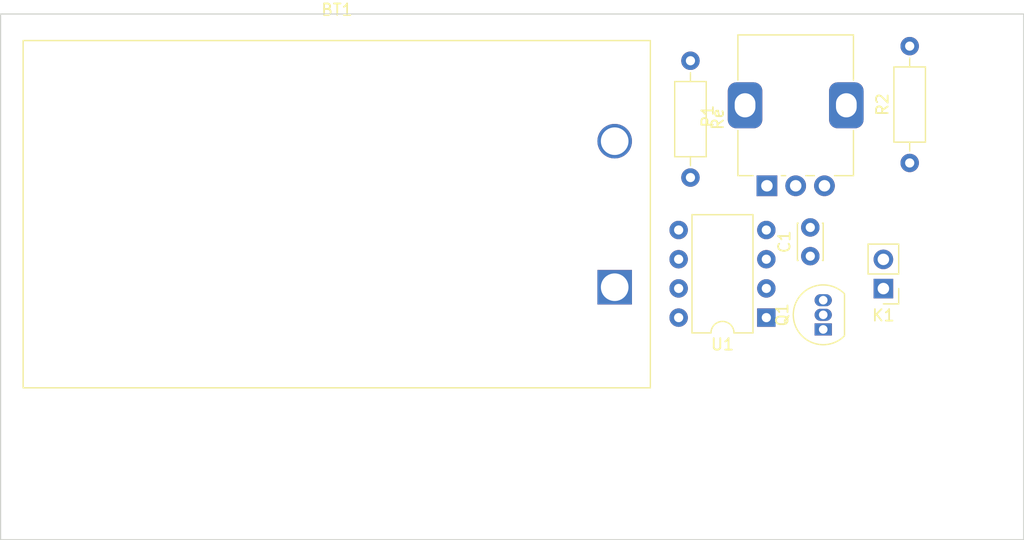
<source format=kicad_pcb>
(kicad_pcb (version 20211014) (generator pcbnew)
  (layers (0 "F.Cu" signal) (31 "B.Cu" signal) (34 "B.Paste" user) (35 "F.Paste" user) (36 "B.SilkS" user "B.Silkscreen") (37 "F.SilkS" user "F.Silkscreen") (38 "B.Mask" user) (39 "F.Mask" user) (44 "Edge.Cuts" user))
  (net 0 "")
  (net 1 "Net-(BT1-Pad1)")
  (net 2 "Net-(P1-Pad1)")
  (net 3 "Net-(P1-Pad3)")
  (net 4 "GND")
  (net 5 "Net-(C1-Pad1)")
  (net 6 "Net-(U1-Pad1)")
  (net 7 "Net-(K1-Pad1)")
  (footprint "Potentiometer_THT:Potentiometer_Alps_RK09K_Single_Vertical" (layer "F.Cu") (at 149.138 93.68 90)
    (fp_text reference "P1" (at 6.05 -5.15 90) (layer "F.SilkS"))
    (fp_text value "10k")
    (fp_line (start 0.88 1.25) (end 0.88 1.63) (layer "F.SilkS") (width 0.12))
    (fp_line (start 13.12 -2.521) (end 13.12 7.52) (layer "F.SilkS") (width 0.12))
    (fp_line (start 0.88 7.52) (end 4.817 7.52) (layer "F.SilkS") (width 0.12))
    (fp_line (start 9.184 -2.521) (end 13.12 -2.521) (layer "F.SilkS") (width 0.12))
    (fp_line (start 0.88 5.87) (end 0.88 7.52) (layer "F.SilkS") (width 0.12))
    (fp_line (start 0.88 3.371) (end 0.88 4.13) (layer "F.SilkS") (width 0.12))
    (fp_line (start 0.88 -2.521) (end 0.88 -1.2) (layer "F.SilkS") (width 0.12))
    (fp_line (start 9.184 7.52) (end 13.12 7.52) (layer "F.SilkS") (width 0.12))
    (fp_line (start 0.88 -2.521) (end 4.817 -2.521) (layer "F.SilkS") (width 0.12))
    (pad "1" thru_hole rect (at 0 0 90) (size 1.8 1.8) (drill 1) (layers *.Cu *.Mask) (net 2 "Net-(P1-Pad1)"))
    (pad "2" thru_hole circle (at 0 2.5 90) (size 1.8 1.8) (drill 1) (layers *.Cu *.Mask) (net 5 "Net-(C1-Pad1)"))
    (pad "3" thru_hole circle (at 0 5 90) (size 1.8 1.8) (drill 1) (layers *.Cu *.Mask) (net 3 "Net-(P1-Pad3)"))
    (pad "MP" thru_hole roundrect (at 7 -1.9 90) (size 4 3) (drill oval 2.1 1.8) (layers *.Cu *.Mask))
    (pad "MP" thru_hole roundrect (at 7 6.9 90) (size 4 3) (drill oval 2.1 1.8) (layers *.Cu *.Mask))
  )
  (footprint "Package_DIP:DIP-8_W7.62mm" (layer "F.Cu") (at 149.088 105.146 180)
    (fp_text reference "U1" (at 3.81 -2.33) (layer "F.SilkS"))
    (fp_text value "LM358")
    (fp_line (start 2.81 -1.33) (end 1.16 -1.33) (layer "F.SilkS") (width 0.12))
    (fp_line (start 6.46 -1.33) (end 4.81 -1.33) (layer "F.SilkS") (width 0.12))
    (fp_line (start 1.16 -1.33) (end 1.16 8.95) (layer "F.SilkS") (width 0.12))
    (fp_line (start 1.16 8.95) (end 6.46 8.95) (layer "F.SilkS") (width 0.12))
    (fp_line (start 6.46 8.95) (end 6.46 -1.33) (layer "F.SilkS") (width 0.12))
    (fp_arc (start 4.81 -1.33) (mid 3.81 -0.33) (end 2.81 -1.33) (layer "F.SilkS") (width 0.12))
    (pad "1" thru_hole rect (at 0 0 180) (size 1.6 1.6) (drill 0.8) (layers *.Cu *.Mask) (net 6 "Net-(U1-Pad1)"))
    (pad "2" thru_hole oval (at 0 2.54 180) (size 1.6 1.6) (drill 0.8) (layers *.Cu *.Mask) (net 7 "Net-(K1-Pad1)"))
    (pad "3" thru_hole oval (at 0 5.08 180) (size 1.6 1.6) (drill 0.8) (layers *.Cu *.Mask) (net 5 "Net-(C1-Pad1)"))
    (pad "4" thru_hole oval (at 0 7.62 180) (size 1.6 1.6) (drill 0.8) (layers *.Cu *.Mask) (net 4 "GND"))
    (pad "5" thru_hole oval (at 7.62 7.62 180) (size 1.6 1.6) (drill 0.8) (layers *.Cu *.Mask))
    (pad "6" thru_hole oval (at 7.62 5.08 180) (size 1.6 1.6) (drill 0.8) (layers *.Cu *.Mask))
    (pad "7" thru_hole oval (at 7.62 2.54 180) (size 1.6 1.6) (drill 0.8) (layers *.Cu *.Mask))
    (pad "8" thru_hole oval (at 7.62 0 180) (size 1.6 1.6) (drill 0.8) (layers *.Cu *.Mask) (net 1 "Net-(BT1-Pad1)"))
  )
  (footprint "Battery:BatteryHolder_Eagle_12BH611-GR" (layer "F.Cu") (at 135.91 102.5)
    (fp_text reference "BT1" (at -24.13 -24.13) (layer "F.SilkS"))
    (fp_text value "9V")
    (fp_line (start -51.4 8.75) (end -51.4 -21.45) (layer "F.SilkS") (width 0.12))
    (fp_line (start 3.1 -21.45) (end 3.1 8.75) (layer "F.SilkS") (width 0.12))
    (fp_line (start -51.4 -21.45) (end 3.1 -21.45) (layer "F.SilkS") (width 0.12))
    (fp_line (start 3.1 8.75) (end -51.4 8.75) (layer "F.SilkS") (width 0.12))
    (pad "" np_thru_hole circle (at -10.9 -17.45) (size 2.6 2.6) (drill 2.6) (layers *.Cu *.Mask))
    (pad "" np_thru_hole circle (at -38.9 -17.45) (size 2.6 2.6) (drill 2.6) (layers *.Cu *.Mask))
    (pad "" np_thru_hole circle (at -24.15 4.75) (size 2.6 2.6) (drill 2.6) (layers *.Cu *.Mask))
    (pad "1" thru_hole rect (at 0 0) (size 3 3) (drill 2.4) (layers *.Cu *.Mask) (net 1 "Net-(BT1-Pad1)"))
    (pad "2" thru_hole circle (at 0 -12.7) (size 3 3) (drill 2.4) (layers *.Cu *.Mask) (net 4 "GND"))
  )
  (footprint "Resistor_THT:R_Axial_DIN0207_L6.3mm_D2.5mm_P10.16mm_Horizontal" (layer "F.Cu") (at 161.544 91.694 90)
    (fp_text reference "R2" (at 5.08 -2.37 90) (layer "F.SilkS"))
    (fp_text value "100R")
    (fp_line (start 8.35 1.37) (end 8.35 -1.37) (layer "F.SilkS") (width 0.12))
    (fp_line (start 9.12 0) (end 8.35 0) (layer "F.SilkS") (width 0.12))
    (fp_line (start 8.35 -1.37) (end 1.81 -1.37) (layer "F.SilkS") (width 0.12))
    (fp_line (start 1.81 1.37) (end 8.35 1.37) (layer "F.SilkS") (width 0.12))
    (fp_line (start 1.81 -1.37) (end 1.81 1.37) (layer "F.SilkS") (width 0.12))
    (fp_line (start 1.04 0) (end 1.81 0) (layer "F.SilkS") (width 0.12))
    (pad "1" thru_hole circle (at 0 0 90) (size 1.6 1.6) (drill 0.8) (layers *.Cu *.Mask) (net 3 "Net-(P1-Pad3)"))
    (pad "2" thru_hole oval (at 10.16 0 90) (size 1.6 1.6) (drill 0.8) (layers *.Cu *.Mask) (net 4 "GND"))
  )
  (footprint "Package_TO_SOT_THT:TO-92_Inline" (layer "F.Cu") (at 154.03 106.172 90)
    (fp_text reference "Q1" (at 1.27 -3.56 90) (layer "F.SilkS"))
    (fp_text value "BC547")
    (fp_line (start -0.53 1.85) (end 3.07 1.85) (layer "F.SilkS") (width 0.12))
    (fp_arc (start 1.27 -2.6) (mid 3.672087 -0.994977) (end 3.108478 1.838478) (layer "F.SilkS") (width 0.12))
    (fp_arc (start -0.568478 1.838478) (mid -1.132087 -0.994977) (end 1.27 -2.6) (layer "F.SilkS") (width 0.12))
    (pad "1" thru_hole rect (at 0 0 90) (size 1.05 1.5) (drill 0.75) (layers *.Cu *.Mask) (net 1 "Net-(BT1-Pad1)"))
    (pad "2" thru_hole oval (at 1.27 0 90) (size 1.05 1.5) (drill 0.75) (layers *.Cu *.Mask) (net 6 "Net-(U1-Pad1)"))
    (pad "3" thru_hole oval (at 2.54 0 90) (size 1.05 1.5) (drill 0.75) (layers *.Cu *.Mask) (net 7 "Net-(K1-Pad1)"))
  )
  (footprint "Resistor_THT:R_Axial_DIN0207_L6.3mm_D2.5mm_P10.16mm_Horizontal" (layer "F.Cu") (at 142.494 82.804 -90)
    (fp_text reference "Re" (at 5.08 -2.37 90) (layer "F.SilkS"))
    (fp_text value "100R")
    (fp_line (start 8.35 -1.37) (end 1.81 -1.37) (layer "F.SilkS") (width 0.12))
    (fp_line (start 8.35 1.37) (end 8.35 -1.37) (layer "F.SilkS") (width 0.12))
    (fp_line (start 1.04 0) (end 1.81 0) (layer "F.SilkS") (width 0.12))
    (fp_line (start 9.12 0) (end 8.35 0) (layer "F.SilkS") (width 0.12))
    (fp_line (start 1.81 -1.37) (end 1.81 1.37) (layer "F.SilkS") (width 0.12))
    (fp_line (start 1.81 1.37) (end 8.35 1.37) (layer "F.SilkS") (width 0.12))
    (pad "1" thru_hole circle (at 0 0 270) (size 1.6 1.6) (drill 0.8) (layers *.Cu *.Mask) (net 1 "Net-(BT1-Pad1)"))
    (pad "2" thru_hole oval (at 10.16 0 270) (size 1.6 1.6) (drill 0.8) (layers *.Cu *.Mask) (net 2 "Net-(P1-Pad1)"))
  )
  (footprint "Connector_PinHeader_2.54mm:PinHeader_1x02_P2.54mm_Vertical" (layer "F.Cu") (at 159.258 102.621 180)
    (fp_text reference "K1" (at 0 -2.33) (layer "F.SilkS"))
    (fp_text value "my_connector")
    (fp_line (start -1.33 0) (end -1.33 -1.33) (layer "F.SilkS") (width 0.12))
    (fp_line (start -1.33 3.87) (end 1.33 3.87) (layer "F.SilkS") (width 0.12))
    (fp_line (start -1.33 1.27) (end 1.33 1.27) (layer "F.SilkS") (width 0.12))
    (fp_line (start 1.33 1.27) (end 1.33 3.87) (layer "F.SilkS") (width 0.12))
    (fp_line (start -1.33 1.27) (end -1.33 3.87) (layer "F.SilkS") (width 0.12))
    (fp_line (start -1.33 -1.33) (end 0 -1.33) (layer "F.SilkS") (width 0.12))
    (pad "1" thru_hole rect (at 0 0 180) (size 1.7 1.7) (drill 1) (layers *.Cu *.Mask) (net 7 "Net-(K1-Pad1)"))
    (pad "2" thru_hole oval (at 0 2.54 180) (size 1.7 1.7) (drill 1) (layers *.Cu *.Mask) (net 4 "GND"))
  )
  (footprint "Capacitor_THT:C_Disc_D3.0mm_W2.0mm_P2.50mm" (layer "F.Cu") (at 152.908 99.802 90)
    (fp_text reference "C1" (at 1.25 -2.25 90) (layer "F.SilkS"))
    (fp_text value "100nF")
    (fp_line (start -0.37 -1.12) (end 2.87 -1.12) (layer "F.SilkS") (width 0.12))
    (fp_line (start -0.37 1.12) (end 2.87 1.12) (layer "F.SilkS") (width 0.12))
    (fp_line (start 2.87 1.055) (end 2.87 1.12) (layer "F.SilkS") (width 0.12))
    (fp_line (start -0.37 -1.12) (end -0.37 -1.055) (layer "F.SilkS") (width 0.12))
    (fp_line (start -0.37 1.055) (end -0.37 1.12) (layer "F.SilkS") (width 0.12))
    (fp_line (start 2.87 -1.12) (end 2.87 -1.055) (layer "F.SilkS") (width 0.12))
    (pad "1" thru_hole circle (at 0 0 90) (size 1.6 1.6) (drill 0.8) (layers *.Cu *.Mask) (net 5 "Net-(C1-Pad1)"))
    (pad "2" thru_hole circle (at 2.5 0 90) (size 1.6 1.6) (drill 0.8) (layers *.Cu *.Mask) (net 4 "GND"))
  )
  (gr_rect (start 82.55 124.46) (end 171.45 78.74) (layer "Edge.Cuts") (width 0.1) (fill none))
)
</source>
